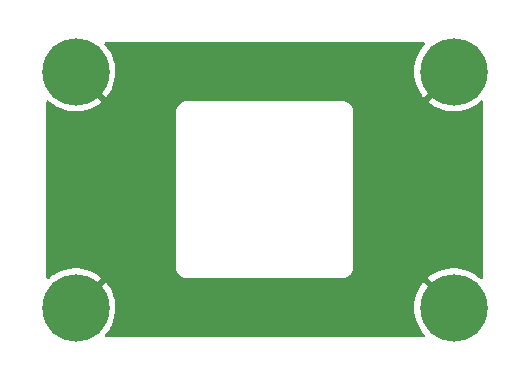
<source format=gbr>
%TF.GenerationSoftware,KiCad,Pcbnew,(5.99.0-9519-ga70106a3bd)*%
%TF.CreationDate,2021-04-17T12:19:11-04:00*%
%TF.ProjectId,plate,706c6174-652e-46b6-9963-61645f706362,rev?*%
%TF.SameCoordinates,Original*%
%TF.FileFunction,Copper,L2,Bot*%
%TF.FilePolarity,Positive*%
%FSLAX46Y46*%
G04 Gerber Fmt 4.6, Leading zero omitted, Abs format (unit mm)*
G04 Created by KiCad (PCBNEW (5.99.0-9519-ga70106a3bd)) date 2021-04-17 12:19:11*
%MOMM*%
%LPD*%
G01*
G04 APERTURE LIST*
%TA.AperFunction,ComponentPad*%
%ADD10C,5.700000*%
%TD*%
G04 APERTURE END LIST*
D10*
%TO.P,H4,1,1*%
%TO.N,GND*%
X-16000000Y-10000000D03*
%TD*%
%TO.P,H2,1,1*%
%TO.N,GND*%
X16000000Y-10000000D03*
%TD*%
%TO.P,H3,1,1*%
%TO.N,GND*%
X-16000000Y10000000D03*
%TD*%
%TO.P,H1,1,1*%
%TO.N,GND*%
X16000000Y10000000D03*
%TD*%
%TA.AperFunction,Conductor*%
%TO.N,GND*%
G36*
X13507009Y12471998D02*
G01*
X13553502Y12418342D01*
X13563606Y12348068D01*
X13534699Y12284170D01*
X13330608Y12045209D01*
X13326454Y12039776D01*
X13125336Y11744949D01*
X13121801Y11739112D01*
X12953694Y11424275D01*
X12950813Y11418096D01*
X12817689Y11086940D01*
X12815498Y11080505D01*
X12718913Y10736894D01*
X12717430Y10730258D01*
X12658521Y10378235D01*
X12657762Y10371463D01*
X12637216Y10015138D01*
X12637192Y10008343D01*
X12655251Y9651866D01*
X12655961Y9645110D01*
X12712411Y9292681D01*
X12713850Y9286026D01*
X12808030Y8941763D01*
X12810179Y8935302D01*
X12940991Y8603216D01*
X12943822Y8597033D01*
X13109734Y8281016D01*
X13113217Y8275174D01*
X13312292Y7978919D01*
X13316385Y7973489D01*
X13440892Y7825631D01*
X13453631Y7817187D01*
X13464074Y7823284D01*
X15910905Y10270115D01*
X15973217Y10304141D01*
X16044032Y10299076D01*
X16089095Y10270115D01*
X16270115Y10089095D01*
X16304141Y10026783D01*
X16299076Y9955968D01*
X16270115Y9910905D01*
X13821361Y7462151D01*
X13813747Y7448207D01*
X13813823Y7447137D01*
X13817008Y7442303D01*
X14097304Y7227224D01*
X14102934Y7223369D01*
X14407897Y7037948D01*
X14413899Y7034730D01*
X14737114Y6883326D01*
X14743419Y6880778D01*
X15081099Y6765164D01*
X15087650Y6763311D01*
X15435827Y6684846D01*
X15442546Y6683709D01*
X15797170Y6643304D01*
X15803960Y6642901D01*
X16160869Y6641033D01*
X16167670Y6641365D01*
X16522697Y6678053D01*
X16529425Y6679119D01*
X16878419Y6753938D01*
X16884968Y6755717D01*
X17223845Y6867789D01*
X17230187Y6870275D01*
X17554949Y7018277D01*
X17561008Y7021444D01*
X17867888Y7203657D01*
X17873552Y7207449D01*
X18158958Y7421738D01*
X18164188Y7426127D01*
X18279907Y7534415D01*
X18343313Y7566356D01*
X18413922Y7558946D01*
X18469316Y7514538D01*
X18492000Y7442415D01*
X18492000Y-7442105D01*
X18471998Y-7510226D01*
X18418342Y-7556719D01*
X18348068Y-7566823D01*
X18279267Y-7533502D01*
X18182094Y-7441288D01*
X18176925Y-7436889D01*
X17892993Y-7220590D01*
X17887369Y-7216768D01*
X17581755Y-7032409D01*
X17575738Y-7029210D01*
X17252006Y-6878939D01*
X17245670Y-6876405D01*
X16907612Y-6761979D01*
X16901044Y-6760145D01*
X16552606Y-6682899D01*
X16545867Y-6681783D01*
X16191109Y-6642617D01*
X16184328Y-6642238D01*
X15827391Y-6641615D01*
X15820618Y-6641970D01*
X15465704Y-6679899D01*
X15458994Y-6680986D01*
X15110271Y-6757020D01*
X15103696Y-6758831D01*
X14765225Y-6872082D01*
X14758903Y-6874585D01*
X14434649Y-7023725D01*
X14428606Y-7026911D01*
X14122362Y-7210195D01*
X14116716Y-7214003D01*
X13832038Y-7429303D01*
X13826848Y-7433690D01*
X13822555Y-7437735D01*
X13814532Y-7451446D01*
X13814567Y-7452286D01*
X13819618Y-7460408D01*
X16270115Y-9910905D01*
X16304141Y-9973217D01*
X16299076Y-10044032D01*
X16270115Y-10089095D01*
X16089095Y-10270115D01*
X16026783Y-10304141D01*
X15955968Y-10299076D01*
X15910905Y-10270115D01*
X13465479Y-7824689D01*
X13451942Y-7817297D01*
X13442241Y-7824084D01*
X13330595Y-7954806D01*
X13326461Y-7960214D01*
X13125336Y-8255051D01*
X13121801Y-8260888D01*
X12953694Y-8575725D01*
X12950813Y-8581904D01*
X12817689Y-8913060D01*
X12815498Y-8919495D01*
X12718913Y-9263106D01*
X12717430Y-9269742D01*
X12658521Y-9621765D01*
X12657762Y-9628537D01*
X12637216Y-9984862D01*
X12637192Y-9991657D01*
X12655251Y-10348134D01*
X12655961Y-10354890D01*
X12712411Y-10707319D01*
X12713850Y-10713974D01*
X12808030Y-11058237D01*
X12810179Y-11064698D01*
X12940991Y-11396784D01*
X12943822Y-11402967D01*
X13109734Y-11718984D01*
X13113217Y-11724826D01*
X13312286Y-12021072D01*
X13316389Y-12026516D01*
X13533918Y-12284840D01*
X13562496Y-12349831D01*
X13551401Y-12419955D01*
X13504155Y-12472949D01*
X13437538Y-12492000D01*
X-13439486Y-12492000D01*
X-13507607Y-12471998D01*
X-13554100Y-12418342D01*
X-13564204Y-12348068D01*
X-13535011Y-12283836D01*
X-13337756Y-12054505D01*
X-13333598Y-12049107D01*
X-13131439Y-11754964D01*
X-13127892Y-11749153D01*
X-12958689Y-11434908D01*
X-12955782Y-11428730D01*
X-12821501Y-11098038D01*
X-12819287Y-11091608D01*
X-12721507Y-10748346D01*
X-12720000Y-10741716D01*
X-12659859Y-10389881D01*
X-12659079Y-10383141D01*
X-12637192Y-10025275D01*
X-12637076Y-10021673D01*
X-12637006Y-10001820D01*
X-12637098Y-9998193D01*
X-12656486Y-9640200D01*
X-12657221Y-9633434D01*
X-12714899Y-9281218D01*
X-12716366Y-9274546D01*
X-12811742Y-8930634D01*
X-12813916Y-8924170D01*
X-12945885Y-8592547D01*
X-12948741Y-8586367D01*
X-13115751Y-8270939D01*
X-13119251Y-8265114D01*
X-13319363Y-7969550D01*
X-13323477Y-7964130D01*
X-13440911Y-7825656D01*
X-13453737Y-7817219D01*
X-13464062Y-7823272D01*
X-15910905Y-10270115D01*
X-15973217Y-10304141D01*
X-16044032Y-10299076D01*
X-16089095Y-10270115D01*
X-16270115Y-10089095D01*
X-16304141Y-10026783D01*
X-16299076Y-9955968D01*
X-16270115Y-9910905D01*
X-13821786Y-7462576D01*
X-13814172Y-7448632D01*
X-13814240Y-7447677D01*
X-13819183Y-7440202D01*
X-13823085Y-7436881D01*
X-14107007Y-7220590D01*
X-14112631Y-7216768D01*
X-14418245Y-7032409D01*
X-14424262Y-7029210D01*
X-14747994Y-6878939D01*
X-14754330Y-6876405D01*
X-15092388Y-6761979D01*
X-15098956Y-6760145D01*
X-15447394Y-6682899D01*
X-15454133Y-6681783D01*
X-15808891Y-6642617D01*
X-15815672Y-6642238D01*
X-16172609Y-6641615D01*
X-16179382Y-6641970D01*
X-16534296Y-6679899D01*
X-16541006Y-6680986D01*
X-16889729Y-6757020D01*
X-16896304Y-6758831D01*
X-17234775Y-6872082D01*
X-17241097Y-6874585D01*
X-17565351Y-7023725D01*
X-17571394Y-7026911D01*
X-17877638Y-7210195D01*
X-17883284Y-7214003D01*
X-18167951Y-7429295D01*
X-18173152Y-7433690D01*
X-18279587Y-7533989D01*
X-18342881Y-7566150D01*
X-18413516Y-7558986D01*
X-18469064Y-7514772D01*
X-18492000Y-7442289D01*
X-18492000Y6553839D01*
X-7516067Y6553839D01*
X-7514593Y6544982D01*
X-7514593Y6544979D01*
X-7514328Y6543384D01*
X-7512665Y6519247D01*
X-7513764Y6479166D01*
X-7513251Y6474718D01*
X-7508830Y6436384D01*
X-7508000Y6421948D01*
X-7508000Y-6422039D01*
X-7509015Y-6438003D01*
X-7513854Y-6475889D01*
X-7513721Y-6480748D01*
X-7513721Y-6480753D01*
X-7512775Y-6515226D01*
X-7514105Y-6532953D01*
X-7514305Y-6538680D01*
X-7515886Y-6547512D01*
X-7514925Y-6556430D01*
X-7514925Y-6556432D01*
X-7511065Y-6592246D01*
X-7510387Y-6602295D01*
X-7510269Y-6606583D01*
X-7510051Y-6614555D01*
X-7506966Y-6632563D01*
X-7505885Y-6640316D01*
X-7503605Y-6661475D01*
X-7500694Y-6672336D01*
X-7498208Y-6683680D01*
X-7491207Y-6724551D01*
X-7487269Y-6732618D01*
X-7486556Y-6734079D01*
X-7478080Y-6756738D01*
X-7474117Y-6771527D01*
X-7470274Y-6793487D01*
X-7468973Y-6808821D01*
X-7455636Y-6843296D01*
X-7453374Y-6850228D01*
X-7453360Y-6850223D01*
X-7451892Y-6854469D01*
X-7450732Y-6858797D01*
X-7440106Y-6883649D01*
X-7438465Y-6887682D01*
X-7429373Y-6911182D01*
X-7427616Y-6915723D01*
X-7425183Y-6919937D01*
X-7423082Y-6924327D01*
X-7423165Y-6924367D01*
X-7419936Y-6930823D01*
X-7406858Y-6961410D01*
X-7401152Y-6968344D01*
X-7394640Y-6976258D01*
X-7382814Y-6993322D01*
X-7370647Y-7014397D01*
X-7361256Y-7034605D01*
X-7356027Y-7049088D01*
X-7350734Y-7056334D01*
X-7350732Y-7056337D01*
X-7334220Y-7078940D01*
X-7330239Y-7085051D01*
X-7330227Y-7085043D01*
X-7327716Y-7088755D01*
X-7325475Y-7092636D01*
X-7322703Y-7096164D01*
X-7322703Y-7096165D01*
X-7308788Y-7113881D01*
X-7306134Y-7117384D01*
X-7303793Y-7120588D01*
X-7288411Y-7141643D01*
X-7284963Y-7145091D01*
X-7281804Y-7148780D01*
X-7281875Y-7148841D01*
X-7277082Y-7154244D01*
X-7256538Y-7180398D01*
X-7243279Y-7189873D01*
X-7240892Y-7191579D01*
X-7225056Y-7204998D01*
X-7207850Y-7222204D01*
X-7193544Y-7239297D01*
X-7184743Y-7251936D01*
X-7177752Y-7257567D01*
X-7177750Y-7257569D01*
X-7155954Y-7275124D01*
X-7150521Y-7280003D01*
X-7150511Y-7279991D01*
X-7147132Y-7282921D01*
X-7143960Y-7286093D01*
X-7140377Y-7288778D01*
X-7140374Y-7288781D01*
X-7122340Y-7302297D01*
X-7118871Y-7304993D01*
X-7095476Y-7323836D01*
X-7091261Y-7326269D01*
X-7087241Y-7329024D01*
X-7087294Y-7329101D01*
X-7081275Y-7333073D01*
X-7054658Y-7353022D01*
X-7036646Y-7359774D01*
X-7017884Y-7368634D01*
X-7002219Y-7377678D01*
X-6996806Y-7380803D01*
X-6978568Y-7393608D01*
X-6966798Y-7403537D01*
X-6958587Y-7407167D01*
X-6932998Y-7418480D01*
X-6926478Y-7421791D01*
X-6926472Y-7421778D01*
X-6922440Y-7423738D01*
X-6918562Y-7425977D01*
X-6914411Y-7427641D01*
X-6914406Y-7427644D01*
X-6893472Y-7436038D01*
X-6889422Y-7437745D01*
X-6866413Y-7447917D01*
X-6866410Y-7447918D01*
X-6861963Y-7449884D01*
X-6857264Y-7451143D01*
X-6852674Y-7452762D01*
X-6852705Y-7452849D01*
X-6845857Y-7455131D01*
X-6823316Y-7464169D01*
X-6823313Y-7464170D01*
X-6814980Y-7467511D01*
X-6797364Y-7469223D01*
X-6795847Y-7469370D01*
X-6775421Y-7473073D01*
X-6760620Y-7477039D01*
X-6744020Y-7483365D01*
X-6738577Y-7485193D01*
X-6730563Y-7489228D01*
X-6721736Y-7490851D01*
X-6721731Y-7490853D01*
X-6686304Y-7497369D01*
X-6676488Y-7499583D01*
X-6669773Y-7501382D01*
X-6664641Y-7502757D01*
X-6646508Y-7504935D01*
X-6638750Y-7506113D01*
X-6617831Y-7509961D01*
X-6612968Y-7510094D01*
X-6612954Y-7510096D01*
X-6606583Y-7510271D01*
X-6595017Y-7511122D01*
X-6568324Y-7514328D01*
X-6553839Y-7516068D01*
X-6544983Y-7514594D01*
X-6544979Y-7514594D01*
X-6543383Y-7514328D01*
X-6519245Y-7512665D01*
X-6479165Y-7513764D01*
X-6436383Y-7508830D01*
X-6421948Y-7508000D01*
X6422039Y-7508000D01*
X6438003Y-7509015D01*
X6475889Y-7513854D01*
X6480748Y-7513721D01*
X6480753Y-7513721D01*
X6495489Y-7513317D01*
X6515231Y-7512775D01*
X6532953Y-7514105D01*
X6538680Y-7514305D01*
X6547512Y-7515886D01*
X6556430Y-7514925D01*
X6556432Y-7514925D01*
X6592246Y-7511065D01*
X6602295Y-7510387D01*
X6610073Y-7510174D01*
X6610076Y-7510174D01*
X6614555Y-7510051D01*
X6632563Y-7506966D01*
X6640316Y-7505885D01*
X6649135Y-7504935D01*
X6656642Y-7504126D01*
X6656644Y-7504126D01*
X6661475Y-7503605D01*
X6672345Y-7500692D01*
X6683682Y-7498208D01*
X6715702Y-7492723D01*
X6715703Y-7492723D01*
X6724551Y-7491207D01*
X6734079Y-7486556D01*
X6756738Y-7478080D01*
X6771527Y-7474117D01*
X6793487Y-7470274D01*
X6797436Y-7469939D01*
X6808821Y-7468973D01*
X6843296Y-7455636D01*
X6850228Y-7453374D01*
X6850223Y-7453360D01*
X6854469Y-7451892D01*
X6858797Y-7450732D01*
X6883649Y-7440106D01*
X6887682Y-7438465D01*
X6911182Y-7429373D01*
X6911184Y-7429372D01*
X6915723Y-7427616D01*
X6919937Y-7425183D01*
X6924327Y-7423082D01*
X6924367Y-7423165D01*
X6930823Y-7419936D01*
X6961410Y-7406858D01*
X6976258Y-7394640D01*
X6993318Y-7382817D01*
X7014397Y-7370647D01*
X7034605Y-7361256D01*
X7040646Y-7359075D01*
X7040647Y-7359074D01*
X7049088Y-7356027D01*
X7056334Y-7350734D01*
X7056337Y-7350732D01*
X7078940Y-7334220D01*
X7085051Y-7330239D01*
X7085043Y-7330227D01*
X7088755Y-7327716D01*
X7092636Y-7325475D01*
X7096165Y-7322703D01*
X7113881Y-7308788D01*
X7117384Y-7306134D01*
X7137706Y-7291287D01*
X7141643Y-7288411D01*
X7145091Y-7284963D01*
X7148780Y-7281804D01*
X7148841Y-7281875D01*
X7154244Y-7277082D01*
X7156737Y-7275124D01*
X7180398Y-7256538D01*
X7191579Y-7240892D01*
X7204998Y-7225056D01*
X7222204Y-7207850D01*
X7239297Y-7193544D01*
X7251936Y-7184743D01*
X7275125Y-7155953D01*
X7280003Y-7150521D01*
X7279991Y-7150511D01*
X7282921Y-7147132D01*
X7286093Y-7143960D01*
X7290781Y-7137706D01*
X7302297Y-7122340D01*
X7304993Y-7118871D01*
X7320782Y-7099268D01*
X7320783Y-7099266D01*
X7323836Y-7095476D01*
X7326269Y-7091261D01*
X7329024Y-7087241D01*
X7329101Y-7087294D01*
X7333073Y-7081275D01*
X7353022Y-7054658D01*
X7359774Y-7036646D01*
X7368635Y-7017881D01*
X7380803Y-6996806D01*
X7393608Y-6978568D01*
X7403537Y-6966798D01*
X7418480Y-6932998D01*
X7421791Y-6926478D01*
X7421778Y-6926472D01*
X7423738Y-6922440D01*
X7425977Y-6918562D01*
X7428937Y-6911182D01*
X7436038Y-6893472D01*
X7437745Y-6889422D01*
X7447917Y-6866413D01*
X7447918Y-6866410D01*
X7449884Y-6861963D01*
X7451143Y-6857264D01*
X7452762Y-6852674D01*
X7452849Y-6852705D01*
X7455131Y-6845857D01*
X7464169Y-6823316D01*
X7464170Y-6823313D01*
X7467511Y-6814980D01*
X7469370Y-6795847D01*
X7473073Y-6775421D01*
X7477039Y-6760620D01*
X7483365Y-6744020D01*
X7485193Y-6738577D01*
X7489228Y-6730563D01*
X7490851Y-6721736D01*
X7490853Y-6721731D01*
X7497369Y-6686304D01*
X7499583Y-6676488D01*
X7501594Y-6668981D01*
X7502757Y-6664641D01*
X7504935Y-6646507D01*
X7506115Y-6638739D01*
X7507255Y-6632543D01*
X7509961Y-6617831D01*
X7510094Y-6612968D01*
X7510096Y-6612954D01*
X7510271Y-6606583D01*
X7511122Y-6595017D01*
X7514997Y-6562754D01*
X7516068Y-6553839D01*
X7514594Y-6544983D01*
X7514594Y-6544979D01*
X7514328Y-6543383D01*
X7512665Y-6519244D01*
X7513515Y-6488240D01*
X7513764Y-6479165D01*
X7508830Y-6436383D01*
X7508000Y-6421948D01*
X7508000Y6422038D01*
X7509015Y6438002D01*
X7510261Y6447758D01*
X7513854Y6475888D01*
X7513516Y6488240D01*
X7512775Y6515226D01*
X7514105Y6532953D01*
X7514305Y6538680D01*
X7515886Y6547512D01*
X7511065Y6592247D01*
X7510387Y6602295D01*
X7510174Y6610073D01*
X7510174Y6610076D01*
X7510051Y6614554D01*
X7509295Y6618969D01*
X7509294Y6618976D01*
X7506969Y6632547D01*
X7505885Y6640319D01*
X7504126Y6656637D01*
X7503605Y6661475D01*
X7502345Y6666176D01*
X7502344Y6666183D01*
X7500694Y6672340D01*
X7498210Y6683673D01*
X7496633Y6692877D01*
X7491207Y6724551D01*
X7486556Y6734079D01*
X7478080Y6756738D01*
X7474117Y6771527D01*
X7470274Y6793487D01*
X7469732Y6799879D01*
X7469731Y6799881D01*
X7468973Y6808822D01*
X7465736Y6817189D01*
X7465735Y6817194D01*
X7455637Y6843294D01*
X7453373Y6850234D01*
X7453358Y6850229D01*
X7451893Y6854466D01*
X7450732Y6858797D01*
X7447476Y6866412D01*
X7440116Y6883627D01*
X7438458Y6887699D01*
X7429373Y6911182D01*
X7429372Y6911185D01*
X7427616Y6915723D01*
X7425183Y6919938D01*
X7423081Y6924329D01*
X7423164Y6924369D01*
X7419933Y6930829D01*
X7410387Y6953156D01*
X7406858Y6961410D01*
X7394644Y6976253D01*
X7382822Y6993308D01*
X7370647Y7014395D01*
X7361257Y7034603D01*
X7356028Y7049088D01*
X7334224Y7078933D01*
X7330239Y7085052D01*
X7330226Y7085043D01*
X7327721Y7088747D01*
X7325475Y7092637D01*
X7308783Y7113887D01*
X7306129Y7117390D01*
X7291281Y7137714D01*
X7291279Y7137717D01*
X7288411Y7141642D01*
X7284968Y7145085D01*
X7281806Y7148777D01*
X7281877Y7148838D01*
X7277090Y7154234D01*
X7262082Y7173340D01*
X7262083Y7173340D01*
X7256538Y7180398D01*
X7249237Y7185616D01*
X7249235Y7185617D01*
X7240897Y7191575D01*
X7225057Y7204997D01*
X7207845Y7222209D01*
X7193541Y7239301D01*
X7184743Y7251936D01*
X7155955Y7275123D01*
X7150527Y7279998D01*
X7150517Y7279986D01*
X7147141Y7282913D01*
X7143961Y7286093D01*
X7122330Y7302303D01*
X7118872Y7304991D01*
X7099277Y7320774D01*
X7099274Y7320776D01*
X7095475Y7323836D01*
X7091253Y7326273D01*
X7087243Y7329022D01*
X7087296Y7329099D01*
X7081275Y7333073D01*
X7061838Y7347640D01*
X7054658Y7353021D01*
X7046258Y7356170D01*
X7046254Y7356172D01*
X7036658Y7359769D01*
X7017882Y7368634D01*
X6996804Y7380804D01*
X6978562Y7393613D01*
X6973661Y7397748D01*
X6973659Y7397750D01*
X6966798Y7403537D01*
X6958585Y7407168D01*
X6932993Y7418482D01*
X6926481Y7421790D01*
X6926474Y7421776D01*
X6922447Y7423734D01*
X6918562Y7425977D01*
X6914404Y7427644D01*
X6914394Y7427649D01*
X6893486Y7436032D01*
X6889429Y7437741D01*
X6866412Y7447917D01*
X6861963Y7449884D01*
X6857263Y7451143D01*
X6852670Y7452763D01*
X6852701Y7452851D01*
X6845853Y7455132D01*
X6823315Y7464169D01*
X6823312Y7464170D01*
X6814979Y7467511D01*
X6795841Y7469371D01*
X6775423Y7473073D01*
X6760613Y7477042D01*
X6744021Y7483364D01*
X6738580Y7485192D01*
X6730563Y7489228D01*
X6721736Y7490851D01*
X6721731Y7490853D01*
X6686304Y7497369D01*
X6676488Y7499583D01*
X6668974Y7501596D01*
X6668973Y7501596D01*
X6664641Y7502757D01*
X6660199Y7503291D01*
X6660197Y7503291D01*
X6651917Y7504286D01*
X6646507Y7504935D01*
X6638749Y7506114D01*
X6634100Y7506969D01*
X6617831Y7509961D01*
X6609271Y7510196D01*
X6606577Y7510270D01*
X6595010Y7511122D01*
X6562752Y7514997D01*
X6562748Y7514997D01*
X6553839Y7516067D01*
X6544982Y7514593D01*
X6544979Y7514593D01*
X6543384Y7514328D01*
X6519247Y7512665D01*
X6479166Y7513764D01*
X6448870Y7510270D01*
X6436384Y7508830D01*
X6421948Y7508000D01*
X-6422038Y7508000D01*
X-6438002Y7509015D01*
X-6475888Y7513854D01*
X-6480747Y7513721D01*
X-6480752Y7513721D01*
X-6495548Y7513315D01*
X-6515231Y7512775D01*
X-6532953Y7514105D01*
X-6538680Y7514305D01*
X-6547512Y7515886D01*
X-6556430Y7514925D01*
X-6556432Y7514925D01*
X-6592247Y7511065D01*
X-6602295Y7510387D01*
X-6610073Y7510174D01*
X-6610076Y7510174D01*
X-6614554Y7510051D01*
X-6618969Y7509295D01*
X-6618976Y7509294D01*
X-6632547Y7506969D01*
X-6640319Y7505885D01*
X-6643071Y7505588D01*
X-6661475Y7503605D01*
X-6666176Y7502345D01*
X-6666183Y7502344D01*
X-6672340Y7500694D01*
X-6683673Y7498210D01*
X-6692877Y7496633D01*
X-6724551Y7491207D01*
X-6732618Y7487269D01*
X-6734079Y7486556D01*
X-6756738Y7478080D01*
X-6771527Y7474117D01*
X-6793487Y7470274D01*
X-6799879Y7469732D01*
X-6799881Y7469731D01*
X-6808822Y7468973D01*
X-6817189Y7465736D01*
X-6817194Y7465735D01*
X-6843294Y7455637D01*
X-6850234Y7453373D01*
X-6850229Y7453358D01*
X-6854466Y7451893D01*
X-6858797Y7450732D01*
X-6862924Y7448967D01*
X-6862928Y7448966D01*
X-6883627Y7440116D01*
X-6887699Y7438458D01*
X-6911182Y7429373D01*
X-6911185Y7429372D01*
X-6915723Y7427616D01*
X-6919938Y7425183D01*
X-6924329Y7423081D01*
X-6924369Y7423164D01*
X-6930823Y7419936D01*
X-6961410Y7406858D01*
X-6972480Y7397748D01*
X-6976251Y7394645D01*
X-6993308Y7382822D01*
X-7014395Y7370647D01*
X-7034603Y7361257D01*
X-7049088Y7356028D01*
X-7056337Y7350732D01*
X-7078933Y7334224D01*
X-7085052Y7330239D01*
X-7085043Y7330226D01*
X-7088747Y7327721D01*
X-7092637Y7325475D01*
X-7111767Y7310448D01*
X-7113887Y7308783D01*
X-7117390Y7306129D01*
X-7122647Y7302288D01*
X-7141642Y7288411D01*
X-7145085Y7284968D01*
X-7148777Y7281806D01*
X-7148838Y7281877D01*
X-7154233Y7277091D01*
X-7180398Y7256538D01*
X-7185616Y7249237D01*
X-7185617Y7249235D01*
X-7191575Y7240897D01*
X-7204997Y7225057D01*
X-7222209Y7207845D01*
X-7239301Y7193541D01*
X-7251936Y7184743D01*
X-7257564Y7177755D01*
X-7275123Y7155955D01*
X-7279998Y7150527D01*
X-7279986Y7150517D01*
X-7282913Y7147141D01*
X-7286093Y7143961D01*
X-7302303Y7122330D01*
X-7304991Y7118872D01*
X-7309006Y7113887D01*
X-7323836Y7095475D01*
X-7326273Y7091253D01*
X-7329022Y7087243D01*
X-7329099Y7087296D01*
X-7333073Y7081275D01*
X-7353021Y7054658D01*
X-7356170Y7046258D01*
X-7356172Y7046254D01*
X-7359769Y7036658D01*
X-7368634Y7017882D01*
X-7380804Y6996804D01*
X-7393613Y6978562D01*
X-7397748Y6973661D01*
X-7397750Y6973659D01*
X-7403537Y6966798D01*
X-7407168Y6958586D01*
X-7407168Y6958585D01*
X-7418482Y6932993D01*
X-7421790Y6926481D01*
X-7421776Y6926474D01*
X-7423734Y6922447D01*
X-7425977Y6918562D01*
X-7427644Y6914404D01*
X-7427649Y6914394D01*
X-7436032Y6893486D01*
X-7437741Y6889429D01*
X-7449884Y6861963D01*
X-7451143Y6857263D01*
X-7452763Y6852670D01*
X-7452851Y6852701D01*
X-7455132Y6845853D01*
X-7464169Y6823315D01*
X-7464170Y6823312D01*
X-7467511Y6814979D01*
X-7469371Y6795841D01*
X-7473073Y6775423D01*
X-7477042Y6760613D01*
X-7483364Y6744021D01*
X-7485192Y6738580D01*
X-7489228Y6730563D01*
X-7490851Y6721736D01*
X-7490853Y6721731D01*
X-7497369Y6686304D01*
X-7499583Y6676488D01*
X-7500694Y6672340D01*
X-7502757Y6664641D01*
X-7503291Y6660199D01*
X-7503291Y6660197D01*
X-7504935Y6646510D01*
X-7506114Y6638749D01*
X-7509961Y6617831D01*
X-7510094Y6612975D01*
X-7510270Y6606577D01*
X-7511122Y6595010D01*
X-7514997Y6562752D01*
X-7514997Y6562748D01*
X-7516067Y6553839D01*
X-18492000Y6553839D01*
X-18492000Y7441860D01*
X-18471998Y7509981D01*
X-18418342Y7556474D01*
X-18348068Y7566578D01*
X-18278949Y7532954D01*
X-18191017Y7448924D01*
X-18185849Y7444496D01*
X-17902696Y7227224D01*
X-17897066Y7223369D01*
X-17592103Y7037948D01*
X-17586101Y7034730D01*
X-17262886Y6883326D01*
X-17256581Y6880778D01*
X-16918901Y6765164D01*
X-16912350Y6763311D01*
X-16564173Y6684846D01*
X-16557454Y6683709D01*
X-16202830Y6643304D01*
X-16196040Y6642901D01*
X-15839131Y6641033D01*
X-15832330Y6641365D01*
X-15477303Y6678053D01*
X-15470575Y6679119D01*
X-15121581Y6753938D01*
X-15115032Y6755717D01*
X-14776155Y6867789D01*
X-14769813Y6870275D01*
X-14445051Y7018277D01*
X-14438992Y7021444D01*
X-14132112Y7203657D01*
X-14126448Y7207449D01*
X-13841038Y7421741D01*
X-13835812Y7426126D01*
X-13822963Y7438150D01*
X-13814895Y7451828D01*
X-13814923Y7452554D01*
X-13820065Y7460855D01*
X-16270115Y9910905D01*
X-16304141Y9973217D01*
X-16299076Y10044032D01*
X-16270115Y10089095D01*
X-16089095Y10270115D01*
X-16026783Y10304141D01*
X-15955968Y10299076D01*
X-15910905Y10270115D01*
X-13465489Y7824699D01*
X-13451892Y7817274D01*
X-13442283Y7823971D01*
X-13337749Y7945502D01*
X-13333600Y7950890D01*
X-13131439Y8245036D01*
X-13127892Y8250847D01*
X-12958689Y8565092D01*
X-12955782Y8571270D01*
X-12821501Y8901962D01*
X-12819287Y8908392D01*
X-12721507Y9251654D01*
X-12720000Y9258284D01*
X-12659859Y9610119D01*
X-12659079Y9616859D01*
X-12637192Y9974725D01*
X-12637076Y9978327D01*
X-12637006Y9998180D01*
X-12637098Y10001807D01*
X-12656486Y10359800D01*
X-12657221Y10366566D01*
X-12714899Y10718782D01*
X-12716366Y10725454D01*
X-12811742Y11069366D01*
X-12813916Y11075830D01*
X-12945885Y11407453D01*
X-12948741Y11413633D01*
X-13115751Y11729061D01*
X-13119251Y11734886D01*
X-13319363Y12030450D01*
X-13323477Y12035869D01*
X-13534335Y12284505D01*
X-13563140Y12349395D01*
X-13552290Y12419558D01*
X-13505229Y12472716D01*
X-13438239Y12492000D01*
X13438888Y12492000D01*
X13507009Y12471998D01*
G37*
%TD.AperFunction*%
%TD*%
M02*

</source>
